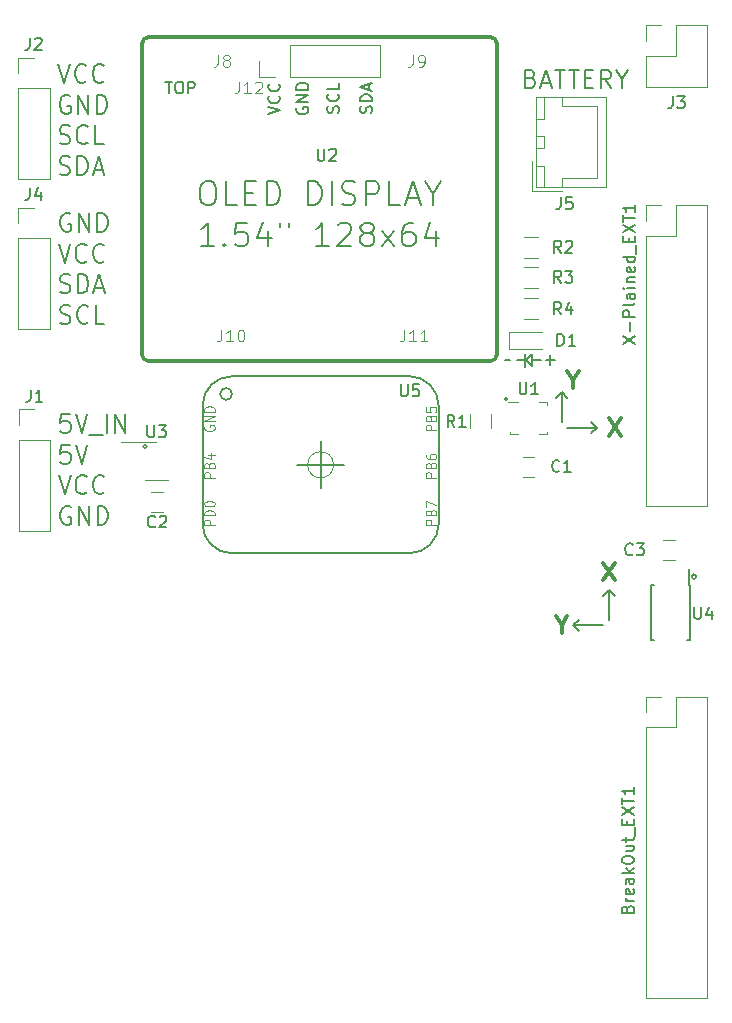
<source format=gbr>
G04 #@! TF.GenerationSoftware,KiCad,Pcbnew,(5.0.0)*
G04 #@! TF.CreationDate,2019-10-02T19:56:35-04:00*
G04 #@! TF.ProjectId,AVR_LCD 2.0,4156525F4C434420322E302E6B696361,rev?*
G04 #@! TF.SameCoordinates,Original*
G04 #@! TF.FileFunction,Legend,Top*
G04 #@! TF.FilePolarity,Positive*
%FSLAX46Y46*%
G04 Gerber Fmt 4.6, Leading zero omitted, Abs format (unit mm)*
G04 Created by KiCad (PCBNEW (5.0.0)) date 10/02/19 19:56:35*
%MOMM*%
%LPD*%
G01*
G04 APERTURE LIST*
%ADD10C,0.100000*%
%ADD11C,0.300000*%
%ADD12C,0.200000*%
%ADD13C,0.150000*%
%ADD14C,0.120000*%
G04 APERTURE END LIST*
D10*
X75530476Y-58552380D02*
X75530476Y-59266666D01*
X75482857Y-59409523D01*
X75387619Y-59504761D01*
X75244761Y-59552380D01*
X75149523Y-59552380D01*
X76530476Y-59552380D02*
X75959047Y-59552380D01*
X76244761Y-59552380D02*
X76244761Y-58552380D01*
X76149523Y-58695238D01*
X76054285Y-58790476D01*
X75959047Y-58838095D01*
X76911428Y-58647619D02*
X76959047Y-58600000D01*
X77054285Y-58552380D01*
X77292380Y-58552380D01*
X77387619Y-58600000D01*
X77435238Y-58647619D01*
X77482857Y-58742857D01*
X77482857Y-58838095D01*
X77435238Y-58980952D01*
X76863809Y-59552380D01*
X77482857Y-59552380D01*
X89530476Y-79552380D02*
X89530476Y-80266666D01*
X89482857Y-80409523D01*
X89387619Y-80504761D01*
X89244761Y-80552380D01*
X89149523Y-80552380D01*
X90530476Y-80552380D02*
X89959047Y-80552380D01*
X90244761Y-80552380D02*
X90244761Y-79552380D01*
X90149523Y-79695238D01*
X90054285Y-79790476D01*
X89959047Y-79838095D01*
X91482857Y-80552380D02*
X90911428Y-80552380D01*
X91197142Y-80552380D02*
X91197142Y-79552380D01*
X91101904Y-79695238D01*
X91006666Y-79790476D01*
X90911428Y-79838095D01*
X74030476Y-79552380D02*
X74030476Y-80266666D01*
X73982857Y-80409523D01*
X73887619Y-80504761D01*
X73744761Y-80552380D01*
X73649523Y-80552380D01*
X75030476Y-80552380D02*
X74459047Y-80552380D01*
X74744761Y-80552380D02*
X74744761Y-79552380D01*
X74649523Y-79695238D01*
X74554285Y-79790476D01*
X74459047Y-79838095D01*
X75649523Y-79552380D02*
X75744761Y-79552380D01*
X75840000Y-79600000D01*
X75887619Y-79647619D01*
X75935238Y-79742857D01*
X75982857Y-79933333D01*
X75982857Y-80171428D01*
X75935238Y-80361904D01*
X75887619Y-80457142D01*
X75840000Y-80504761D01*
X75744761Y-80552380D01*
X75649523Y-80552380D01*
X75554285Y-80504761D01*
X75506666Y-80457142D01*
X75459047Y-80361904D01*
X75411428Y-80171428D01*
X75411428Y-79933333D01*
X75459047Y-79742857D01*
X75506666Y-79647619D01*
X75554285Y-79600000D01*
X75649523Y-79552380D01*
X90256666Y-56302380D02*
X90256666Y-57016666D01*
X90209047Y-57159523D01*
X90113809Y-57254761D01*
X89970952Y-57302380D01*
X89875714Y-57302380D01*
X90780476Y-57302380D02*
X90970952Y-57302380D01*
X91066190Y-57254761D01*
X91113809Y-57207142D01*
X91209047Y-57064285D01*
X91256666Y-56873809D01*
X91256666Y-56492857D01*
X91209047Y-56397619D01*
X91161428Y-56350000D01*
X91066190Y-56302380D01*
X90875714Y-56302380D01*
X90780476Y-56350000D01*
X90732857Y-56397619D01*
X90685238Y-56492857D01*
X90685238Y-56730952D01*
X90732857Y-56826190D01*
X90780476Y-56873809D01*
X90875714Y-56921428D01*
X91066190Y-56921428D01*
X91161428Y-56873809D01*
X91209047Y-56826190D01*
X91256666Y-56730952D01*
X73756666Y-56302380D02*
X73756666Y-57016666D01*
X73709047Y-57159523D01*
X73613809Y-57254761D01*
X73470952Y-57302380D01*
X73375714Y-57302380D01*
X74375714Y-56730952D02*
X74280476Y-56683333D01*
X74232857Y-56635714D01*
X74185238Y-56540476D01*
X74185238Y-56492857D01*
X74232857Y-56397619D01*
X74280476Y-56350000D01*
X74375714Y-56302380D01*
X74566190Y-56302380D01*
X74661428Y-56350000D01*
X74709047Y-56397619D01*
X74756666Y-56492857D01*
X74756666Y-56540476D01*
X74709047Y-56635714D01*
X74661428Y-56683333D01*
X74566190Y-56730952D01*
X74375714Y-56730952D01*
X74280476Y-56778571D01*
X74232857Y-56826190D01*
X74185238Y-56921428D01*
X74185238Y-57111904D01*
X74232857Y-57207142D01*
X74280476Y-57254761D01*
X74375714Y-57302380D01*
X74566190Y-57302380D01*
X74661428Y-57254761D01*
X74709047Y-57207142D01*
X74756666Y-57111904D01*
X74756666Y-56921428D01*
X74709047Y-56826190D01*
X74661428Y-56778571D01*
X74566190Y-56730952D01*
X92247142Y-88090476D02*
X91347142Y-88090476D01*
X91347142Y-87785714D01*
X91390000Y-87709523D01*
X91432857Y-87671428D01*
X91518571Y-87633333D01*
X91647142Y-87633333D01*
X91732857Y-87671428D01*
X91775714Y-87709523D01*
X91818571Y-87785714D01*
X91818571Y-88090476D01*
X91775714Y-87023809D02*
X91818571Y-86909523D01*
X91861428Y-86871428D01*
X91947142Y-86833333D01*
X92075714Y-86833333D01*
X92161428Y-86871428D01*
X92204285Y-86909523D01*
X92247142Y-86985714D01*
X92247142Y-87290476D01*
X91347142Y-87290476D01*
X91347142Y-87023809D01*
X91390000Y-86947619D01*
X91432857Y-86909523D01*
X91518571Y-86871428D01*
X91604285Y-86871428D01*
X91690000Y-86909523D01*
X91732857Y-86947619D01*
X91775714Y-87023809D01*
X91775714Y-87290476D01*
X91347142Y-86109523D02*
X91347142Y-86490476D01*
X91775714Y-86528571D01*
X91732857Y-86490476D01*
X91690000Y-86414285D01*
X91690000Y-86223809D01*
X91732857Y-86147619D01*
X91775714Y-86109523D01*
X91861428Y-86071428D01*
X92075714Y-86071428D01*
X92161428Y-86109523D01*
X92204285Y-86147619D01*
X92247142Y-86223809D01*
X92247142Y-86414285D01*
X92204285Y-86490476D01*
X92161428Y-86528571D01*
X92247142Y-92090476D02*
X91347142Y-92090476D01*
X91347142Y-91785714D01*
X91390000Y-91709523D01*
X91432857Y-91671428D01*
X91518571Y-91633333D01*
X91647142Y-91633333D01*
X91732857Y-91671428D01*
X91775714Y-91709523D01*
X91818571Y-91785714D01*
X91818571Y-92090476D01*
X91775714Y-91023809D02*
X91818571Y-90909523D01*
X91861428Y-90871428D01*
X91947142Y-90833333D01*
X92075714Y-90833333D01*
X92161428Y-90871428D01*
X92204285Y-90909523D01*
X92247142Y-90985714D01*
X92247142Y-91290476D01*
X91347142Y-91290476D01*
X91347142Y-91023809D01*
X91390000Y-90947619D01*
X91432857Y-90909523D01*
X91518571Y-90871428D01*
X91604285Y-90871428D01*
X91690000Y-90909523D01*
X91732857Y-90947619D01*
X91775714Y-91023809D01*
X91775714Y-91290476D01*
X91347142Y-90147619D02*
X91347142Y-90300000D01*
X91390000Y-90376190D01*
X91432857Y-90414285D01*
X91561428Y-90490476D01*
X91732857Y-90528571D01*
X92075714Y-90528571D01*
X92161428Y-90490476D01*
X92204285Y-90452380D01*
X92247142Y-90376190D01*
X92247142Y-90223809D01*
X92204285Y-90147619D01*
X92161428Y-90109523D01*
X92075714Y-90071428D01*
X91861428Y-90071428D01*
X91775714Y-90109523D01*
X91732857Y-90147619D01*
X91690000Y-90223809D01*
X91690000Y-90376190D01*
X91732857Y-90452380D01*
X91775714Y-90490476D01*
X91861428Y-90528571D01*
X92247142Y-96090476D02*
X91347142Y-96090476D01*
X91347142Y-95785714D01*
X91390000Y-95709523D01*
X91432857Y-95671428D01*
X91518571Y-95633333D01*
X91647142Y-95633333D01*
X91732857Y-95671428D01*
X91775714Y-95709523D01*
X91818571Y-95785714D01*
X91818571Y-96090476D01*
X91775714Y-95023809D02*
X91818571Y-94909523D01*
X91861428Y-94871428D01*
X91947142Y-94833333D01*
X92075714Y-94833333D01*
X92161428Y-94871428D01*
X92204285Y-94909523D01*
X92247142Y-94985714D01*
X92247142Y-95290476D01*
X91347142Y-95290476D01*
X91347142Y-95023809D01*
X91390000Y-94947619D01*
X91432857Y-94909523D01*
X91518571Y-94871428D01*
X91604285Y-94871428D01*
X91690000Y-94909523D01*
X91732857Y-94947619D01*
X91775714Y-95023809D01*
X91775714Y-95290476D01*
X91347142Y-94566666D02*
X91347142Y-94033333D01*
X92247142Y-94376190D01*
X73497142Y-96090476D02*
X72597142Y-96090476D01*
X72597142Y-95785714D01*
X72640000Y-95709523D01*
X72682857Y-95671428D01*
X72768571Y-95633333D01*
X72897142Y-95633333D01*
X72982857Y-95671428D01*
X73025714Y-95709523D01*
X73068571Y-95785714D01*
X73068571Y-96090476D01*
X73497142Y-95290476D02*
X72597142Y-95290476D01*
X72597142Y-95100000D01*
X72640000Y-94985714D01*
X72725714Y-94909523D01*
X72811428Y-94871428D01*
X72982857Y-94833333D01*
X73111428Y-94833333D01*
X73282857Y-94871428D01*
X73368571Y-94909523D01*
X73454285Y-94985714D01*
X73497142Y-95100000D01*
X73497142Y-95290476D01*
X72597142Y-94338095D02*
X72597142Y-94261904D01*
X72640000Y-94185714D01*
X72682857Y-94147619D01*
X72768571Y-94109523D01*
X72940000Y-94071428D01*
X73154285Y-94071428D01*
X73325714Y-94109523D01*
X73411428Y-94147619D01*
X73454285Y-94185714D01*
X73497142Y-94261904D01*
X73497142Y-94338095D01*
X73454285Y-94414285D01*
X73411428Y-94452380D01*
X73325714Y-94490476D01*
X73154285Y-94528571D01*
X72940000Y-94528571D01*
X72768571Y-94490476D01*
X72682857Y-94452380D01*
X72640000Y-94414285D01*
X72597142Y-94338095D01*
X73497142Y-92090476D02*
X72597142Y-92090476D01*
X72597142Y-91785714D01*
X72640000Y-91709523D01*
X72682857Y-91671428D01*
X72768571Y-91633333D01*
X72897142Y-91633333D01*
X72982857Y-91671428D01*
X73025714Y-91709523D01*
X73068571Y-91785714D01*
X73068571Y-92090476D01*
X73025714Y-91023809D02*
X73068571Y-90909523D01*
X73111428Y-90871428D01*
X73197142Y-90833333D01*
X73325714Y-90833333D01*
X73411428Y-90871428D01*
X73454285Y-90909523D01*
X73497142Y-90985714D01*
X73497142Y-91290476D01*
X72597142Y-91290476D01*
X72597142Y-91023809D01*
X72640000Y-90947619D01*
X72682857Y-90909523D01*
X72768571Y-90871428D01*
X72854285Y-90871428D01*
X72940000Y-90909523D01*
X72982857Y-90947619D01*
X73025714Y-91023809D01*
X73025714Y-91290476D01*
X72897142Y-90147619D02*
X73497142Y-90147619D01*
X72554285Y-90338095D02*
X73197142Y-90528571D01*
X73197142Y-90033333D01*
X72640000Y-87709523D02*
X72597142Y-87785714D01*
X72597142Y-87900000D01*
X72640000Y-88014285D01*
X72725714Y-88090476D01*
X72811428Y-88128571D01*
X72982857Y-88166666D01*
X73111428Y-88166666D01*
X73282857Y-88128571D01*
X73368571Y-88090476D01*
X73454285Y-88014285D01*
X73497142Y-87900000D01*
X73497142Y-87823809D01*
X73454285Y-87709523D01*
X73411428Y-87671428D01*
X73111428Y-87671428D01*
X73111428Y-87823809D01*
X73497142Y-87328571D02*
X72597142Y-87328571D01*
X73497142Y-86871428D01*
X72597142Y-86871428D01*
X73497142Y-86490476D02*
X72597142Y-86490476D01*
X72597142Y-86300000D01*
X72640000Y-86185714D01*
X72725714Y-86109523D01*
X72811428Y-86071428D01*
X72982857Y-86033333D01*
X73111428Y-86033333D01*
X73282857Y-86071428D01*
X73368571Y-86109523D01*
X73454285Y-86185714D01*
X73497142Y-86300000D01*
X73497142Y-86490476D01*
D11*
X106340000Y-99278571D02*
X107340000Y-100778571D01*
X107340000Y-99278571D02*
X106340000Y-100778571D01*
X102840000Y-104564285D02*
X102840000Y-105278571D01*
X102340000Y-103778571D02*
X102840000Y-104564285D01*
X103340000Y-103778571D01*
D12*
X106340000Y-104600000D02*
X103840000Y-104600000D01*
X103840000Y-104600000D02*
X104340000Y-105100000D01*
X103840000Y-104600000D02*
X104340000Y-104100000D01*
X104340000Y-104100000D02*
X103840000Y-104600000D01*
X106840000Y-101600000D02*
X107340000Y-102100000D01*
X106840000Y-101600000D02*
X106340000Y-102100000D01*
X107340000Y-102100000D02*
X106840000Y-101600000D01*
X106840000Y-104100000D02*
X106840000Y-101600000D01*
D11*
X106840000Y-87028571D02*
X107840000Y-88528571D01*
X107840000Y-87028571D02*
X106840000Y-88528571D01*
X103840000Y-83814285D02*
X103840000Y-84528571D01*
X103340000Y-83028571D02*
X103840000Y-83814285D01*
X104340000Y-83028571D01*
D12*
X103340000Y-87850000D02*
X105840000Y-87850000D01*
X105840000Y-87850000D02*
X105340000Y-87350000D01*
X105840000Y-87850000D02*
X105340000Y-88350000D01*
X105340000Y-88350000D02*
X105840000Y-87850000D01*
X102840000Y-84850000D02*
X102340000Y-85350000D01*
X103340000Y-85350000D02*
X102840000Y-84850000D01*
X102840000Y-84850000D02*
X103340000Y-85350000D01*
X102840000Y-87350000D02*
X102840000Y-84850000D01*
X114230500Y-100468500D02*
G75*
G03X114230500Y-100468500I-190500J0D01*
G01*
X102152800Y-82142400D02*
X102305200Y-82142400D01*
X101898800Y-82548800D02*
X101898800Y-81736000D01*
X101543200Y-82142400D02*
X102152800Y-82142400D01*
X98038000Y-82142400D02*
X98495200Y-82142400D01*
X99765200Y-82701200D02*
X99765200Y-81634400D01*
X100324000Y-82142400D02*
X101086000Y-82142400D01*
X99816000Y-82142400D02*
X99104800Y-82142400D01*
X100324000Y-82650400D02*
X100324000Y-82498000D01*
X99816000Y-82142400D02*
X100324000Y-82650400D01*
X100324000Y-81634400D02*
X99816000Y-82142400D01*
X100324000Y-82548800D02*
X100324000Y-81634400D01*
X100240000Y-58292857D02*
X100454285Y-58364285D01*
X100525714Y-58435714D01*
X100597142Y-58578571D01*
X100597142Y-58792857D01*
X100525714Y-58935714D01*
X100454285Y-59007142D01*
X100311428Y-59078571D01*
X99740000Y-59078571D01*
X99740000Y-57578571D01*
X100240000Y-57578571D01*
X100382857Y-57650000D01*
X100454285Y-57721428D01*
X100525714Y-57864285D01*
X100525714Y-58007142D01*
X100454285Y-58150000D01*
X100382857Y-58221428D01*
X100240000Y-58292857D01*
X99740000Y-58292857D01*
X101168571Y-58650000D02*
X101882857Y-58650000D01*
X101025714Y-59078571D02*
X101525714Y-57578571D01*
X102025714Y-59078571D01*
X102311428Y-57578571D02*
X103168571Y-57578571D01*
X102740000Y-59078571D02*
X102740000Y-57578571D01*
X103454285Y-57578571D02*
X104311428Y-57578571D01*
X103882857Y-59078571D02*
X103882857Y-57578571D01*
X104811428Y-58292857D02*
X105311428Y-58292857D01*
X105525714Y-59078571D02*
X104811428Y-59078571D01*
X104811428Y-57578571D01*
X105525714Y-57578571D01*
X107025714Y-59078571D02*
X106525714Y-58364285D01*
X106168571Y-59078571D02*
X106168571Y-57578571D01*
X106740000Y-57578571D01*
X106882857Y-57650000D01*
X106954285Y-57721428D01*
X107025714Y-57864285D01*
X107025714Y-58078571D01*
X106954285Y-58221428D01*
X106882857Y-58292857D01*
X106740000Y-58364285D01*
X106168571Y-58364285D01*
X107954285Y-58364285D02*
X107954285Y-59078571D01*
X107454285Y-57578571D02*
X107954285Y-58364285D01*
X108454285Y-57578571D01*
X61196228Y-86692609D02*
X60481942Y-86692609D01*
X60410514Y-87454514D01*
X60481942Y-87378323D01*
X60624800Y-87302133D01*
X60981942Y-87302133D01*
X61124800Y-87378323D01*
X61196228Y-87454514D01*
X61267657Y-87606895D01*
X61267657Y-87987847D01*
X61196228Y-88140228D01*
X61124800Y-88216419D01*
X60981942Y-88292609D01*
X60624800Y-88292609D01*
X60481942Y-88216419D01*
X60410514Y-88140228D01*
X61696228Y-86692609D02*
X62196228Y-88292609D01*
X62696228Y-86692609D01*
X62839085Y-88444990D02*
X63981942Y-88444990D01*
X64339085Y-88292609D02*
X64339085Y-86692609D01*
X65053371Y-88292609D02*
X65053371Y-86692609D01*
X65910514Y-88292609D01*
X65910514Y-86692609D01*
X61196228Y-89292609D02*
X60481942Y-89292609D01*
X60410514Y-90054514D01*
X60481942Y-89978323D01*
X60624800Y-89902133D01*
X60981942Y-89902133D01*
X61124800Y-89978323D01*
X61196228Y-90054514D01*
X61267657Y-90206895D01*
X61267657Y-90587847D01*
X61196228Y-90740228D01*
X61124800Y-90816419D01*
X60981942Y-90892609D01*
X60624800Y-90892609D01*
X60481942Y-90816419D01*
X60410514Y-90740228D01*
X61696228Y-89292609D02*
X62196228Y-90892609D01*
X62696228Y-89292609D01*
X60267657Y-91892609D02*
X60767657Y-93492609D01*
X61267657Y-91892609D01*
X62624800Y-93340228D02*
X62553371Y-93416419D01*
X62339085Y-93492609D01*
X62196228Y-93492609D01*
X61981942Y-93416419D01*
X61839085Y-93264038D01*
X61767657Y-93111657D01*
X61696228Y-92806895D01*
X61696228Y-92578323D01*
X61767657Y-92273561D01*
X61839085Y-92121180D01*
X61981942Y-91968800D01*
X62196228Y-91892609D01*
X62339085Y-91892609D01*
X62553371Y-91968800D01*
X62624800Y-92044990D01*
X64124800Y-93340228D02*
X64053371Y-93416419D01*
X63839085Y-93492609D01*
X63696228Y-93492609D01*
X63481942Y-93416419D01*
X63339085Y-93264038D01*
X63267657Y-93111657D01*
X63196228Y-92806895D01*
X63196228Y-92578323D01*
X63267657Y-92273561D01*
X63339085Y-92121180D01*
X63481942Y-91968800D01*
X63696228Y-91892609D01*
X63839085Y-91892609D01*
X64053371Y-91968800D01*
X64124800Y-92044990D01*
X61267657Y-94568800D02*
X61124800Y-94492609D01*
X60910514Y-94492609D01*
X60696228Y-94568800D01*
X60553371Y-94721180D01*
X60481942Y-94873561D01*
X60410514Y-95178323D01*
X60410514Y-95406895D01*
X60481942Y-95711657D01*
X60553371Y-95864038D01*
X60696228Y-96016419D01*
X60910514Y-96092609D01*
X61053371Y-96092609D01*
X61267657Y-96016419D01*
X61339085Y-95940228D01*
X61339085Y-95406895D01*
X61053371Y-95406895D01*
X61981942Y-96092609D02*
X61981942Y-94492609D01*
X62839085Y-96092609D01*
X62839085Y-94492609D01*
X63553371Y-96092609D02*
X63553371Y-94492609D01*
X63910514Y-94492609D01*
X64124800Y-94568800D01*
X64267657Y-94721180D01*
X64339085Y-94873561D01*
X64410514Y-95178323D01*
X64410514Y-95406895D01*
X64339085Y-95711657D01*
X64267657Y-95864038D01*
X64124800Y-96016419D01*
X63910514Y-96092609D01*
X63553371Y-96092609D01*
X67716114Y-89457600D02*
G75*
G03X67716114Y-89457600I-158114J0D01*
G01*
X61262857Y-69750000D02*
X61120000Y-69673809D01*
X60905714Y-69673809D01*
X60691428Y-69750000D01*
X60548571Y-69902380D01*
X60477142Y-70054761D01*
X60405714Y-70359523D01*
X60405714Y-70588095D01*
X60477142Y-70892857D01*
X60548571Y-71045238D01*
X60691428Y-71197619D01*
X60905714Y-71273809D01*
X61048571Y-71273809D01*
X61262857Y-71197619D01*
X61334285Y-71121428D01*
X61334285Y-70588095D01*
X61048571Y-70588095D01*
X61977142Y-71273809D02*
X61977142Y-69673809D01*
X62834285Y-71273809D01*
X62834285Y-69673809D01*
X63548571Y-71273809D02*
X63548571Y-69673809D01*
X63905714Y-69673809D01*
X64120000Y-69750000D01*
X64262857Y-69902380D01*
X64334285Y-70054761D01*
X64405714Y-70359523D01*
X64405714Y-70588095D01*
X64334285Y-70892857D01*
X64262857Y-71045238D01*
X64120000Y-71197619D01*
X63905714Y-71273809D01*
X63548571Y-71273809D01*
X60262857Y-72273809D02*
X60762857Y-73873809D01*
X61262857Y-72273809D01*
X62620000Y-73721428D02*
X62548571Y-73797619D01*
X62334285Y-73873809D01*
X62191428Y-73873809D01*
X61977142Y-73797619D01*
X61834285Y-73645238D01*
X61762857Y-73492857D01*
X61691428Y-73188095D01*
X61691428Y-72959523D01*
X61762857Y-72654761D01*
X61834285Y-72502380D01*
X61977142Y-72350000D01*
X62191428Y-72273809D01*
X62334285Y-72273809D01*
X62548571Y-72350000D01*
X62620000Y-72426190D01*
X64120000Y-73721428D02*
X64048571Y-73797619D01*
X63834285Y-73873809D01*
X63691428Y-73873809D01*
X63477142Y-73797619D01*
X63334285Y-73645238D01*
X63262857Y-73492857D01*
X63191428Y-73188095D01*
X63191428Y-72959523D01*
X63262857Y-72654761D01*
X63334285Y-72502380D01*
X63477142Y-72350000D01*
X63691428Y-72273809D01*
X63834285Y-72273809D01*
X64048571Y-72350000D01*
X64120000Y-72426190D01*
X60405714Y-76397619D02*
X60620000Y-76473809D01*
X60977142Y-76473809D01*
X61120000Y-76397619D01*
X61191428Y-76321428D01*
X61262857Y-76169047D01*
X61262857Y-76016666D01*
X61191428Y-75864285D01*
X61120000Y-75788095D01*
X60977142Y-75711904D01*
X60691428Y-75635714D01*
X60548571Y-75559523D01*
X60477142Y-75483333D01*
X60405714Y-75330952D01*
X60405714Y-75178571D01*
X60477142Y-75026190D01*
X60548571Y-74950000D01*
X60691428Y-74873809D01*
X61048571Y-74873809D01*
X61262857Y-74950000D01*
X61905714Y-76473809D02*
X61905714Y-74873809D01*
X62262857Y-74873809D01*
X62477142Y-74950000D01*
X62620000Y-75102380D01*
X62691428Y-75254761D01*
X62762857Y-75559523D01*
X62762857Y-75788095D01*
X62691428Y-76092857D01*
X62620000Y-76245238D01*
X62477142Y-76397619D01*
X62262857Y-76473809D01*
X61905714Y-76473809D01*
X63334285Y-76016666D02*
X64048571Y-76016666D01*
X63191428Y-76473809D02*
X63691428Y-74873809D01*
X64191428Y-76473809D01*
X60405714Y-78997619D02*
X60620000Y-79073809D01*
X60977142Y-79073809D01*
X61120000Y-78997619D01*
X61191428Y-78921428D01*
X61262857Y-78769047D01*
X61262857Y-78616666D01*
X61191428Y-78464285D01*
X61120000Y-78388095D01*
X60977142Y-78311904D01*
X60691428Y-78235714D01*
X60548571Y-78159523D01*
X60477142Y-78083333D01*
X60405714Y-77930952D01*
X60405714Y-77778571D01*
X60477142Y-77626190D01*
X60548571Y-77550000D01*
X60691428Y-77473809D01*
X61048571Y-77473809D01*
X61262857Y-77550000D01*
X62762857Y-78921428D02*
X62691428Y-78997619D01*
X62477142Y-79073809D01*
X62334285Y-79073809D01*
X62120000Y-78997619D01*
X61977142Y-78845238D01*
X61905714Y-78692857D01*
X61834285Y-78388095D01*
X61834285Y-78159523D01*
X61905714Y-77854761D01*
X61977142Y-77702380D01*
X62120000Y-77550000D01*
X62334285Y-77473809D01*
X62477142Y-77473809D01*
X62691428Y-77550000D01*
X62762857Y-77626190D01*
X64120000Y-79073809D02*
X63405714Y-79073809D01*
X63405714Y-77473809D01*
X60212857Y-57073809D02*
X60712857Y-58673809D01*
X61212857Y-57073809D01*
X62570000Y-58521428D02*
X62498571Y-58597619D01*
X62284285Y-58673809D01*
X62141428Y-58673809D01*
X61927142Y-58597619D01*
X61784285Y-58445238D01*
X61712857Y-58292857D01*
X61641428Y-57988095D01*
X61641428Y-57759523D01*
X61712857Y-57454761D01*
X61784285Y-57302380D01*
X61927142Y-57150000D01*
X62141428Y-57073809D01*
X62284285Y-57073809D01*
X62498571Y-57150000D01*
X62570000Y-57226190D01*
X64070000Y-58521428D02*
X63998571Y-58597619D01*
X63784285Y-58673809D01*
X63641428Y-58673809D01*
X63427142Y-58597619D01*
X63284285Y-58445238D01*
X63212857Y-58292857D01*
X63141428Y-57988095D01*
X63141428Y-57759523D01*
X63212857Y-57454761D01*
X63284285Y-57302380D01*
X63427142Y-57150000D01*
X63641428Y-57073809D01*
X63784285Y-57073809D01*
X63998571Y-57150000D01*
X64070000Y-57226190D01*
X61212857Y-59750000D02*
X61070000Y-59673809D01*
X60855714Y-59673809D01*
X60641428Y-59750000D01*
X60498571Y-59902380D01*
X60427142Y-60054761D01*
X60355714Y-60359523D01*
X60355714Y-60588095D01*
X60427142Y-60892857D01*
X60498571Y-61045238D01*
X60641428Y-61197619D01*
X60855714Y-61273809D01*
X60998571Y-61273809D01*
X61212857Y-61197619D01*
X61284285Y-61121428D01*
X61284285Y-60588095D01*
X60998571Y-60588095D01*
X61927142Y-61273809D02*
X61927142Y-59673809D01*
X62784285Y-61273809D01*
X62784285Y-59673809D01*
X63498571Y-61273809D02*
X63498571Y-59673809D01*
X63855714Y-59673809D01*
X64070000Y-59750000D01*
X64212857Y-59902380D01*
X64284285Y-60054761D01*
X64355714Y-60359523D01*
X64355714Y-60588095D01*
X64284285Y-60892857D01*
X64212857Y-61045238D01*
X64070000Y-61197619D01*
X63855714Y-61273809D01*
X63498571Y-61273809D01*
X60355714Y-63797619D02*
X60570000Y-63873809D01*
X60927142Y-63873809D01*
X61070000Y-63797619D01*
X61141428Y-63721428D01*
X61212857Y-63569047D01*
X61212857Y-63416666D01*
X61141428Y-63264285D01*
X61070000Y-63188095D01*
X60927142Y-63111904D01*
X60641428Y-63035714D01*
X60498571Y-62959523D01*
X60427142Y-62883333D01*
X60355714Y-62730952D01*
X60355714Y-62578571D01*
X60427142Y-62426190D01*
X60498571Y-62350000D01*
X60641428Y-62273809D01*
X60998571Y-62273809D01*
X61212857Y-62350000D01*
X62712857Y-63721428D02*
X62641428Y-63797619D01*
X62427142Y-63873809D01*
X62284285Y-63873809D01*
X62070000Y-63797619D01*
X61927142Y-63645238D01*
X61855714Y-63492857D01*
X61784285Y-63188095D01*
X61784285Y-62959523D01*
X61855714Y-62654761D01*
X61927142Y-62502380D01*
X62070000Y-62350000D01*
X62284285Y-62273809D01*
X62427142Y-62273809D01*
X62641428Y-62350000D01*
X62712857Y-62426190D01*
X64070000Y-63873809D02*
X63355714Y-63873809D01*
X63355714Y-62273809D01*
X60355714Y-66397619D02*
X60570000Y-66473809D01*
X60927142Y-66473809D01*
X61070000Y-66397619D01*
X61141428Y-66321428D01*
X61212857Y-66169047D01*
X61212857Y-66016666D01*
X61141428Y-65864285D01*
X61070000Y-65788095D01*
X60927142Y-65711904D01*
X60641428Y-65635714D01*
X60498571Y-65559523D01*
X60427142Y-65483333D01*
X60355714Y-65330952D01*
X60355714Y-65178571D01*
X60427142Y-65026190D01*
X60498571Y-64950000D01*
X60641428Y-64873809D01*
X60998571Y-64873809D01*
X61212857Y-64950000D01*
X61855714Y-66473809D02*
X61855714Y-64873809D01*
X62212857Y-64873809D01*
X62427142Y-64950000D01*
X62570000Y-65102380D01*
X62641428Y-65254761D01*
X62712857Y-65559523D01*
X62712857Y-65788095D01*
X62641428Y-66092857D01*
X62570000Y-66245238D01*
X62427142Y-66397619D01*
X62212857Y-66473809D01*
X61855714Y-66473809D01*
X63284285Y-66016666D02*
X63998571Y-66016666D01*
X63141428Y-66473809D02*
X63641428Y-64873809D01*
X64141428Y-66473809D01*
D13*
X98256500Y-85434500D02*
G75*
G03X98256500Y-85434500I-127000J0D01*
G01*
D14*
G04 #@! TO.C,BreakOut_EXT1*
X109970000Y-110620000D02*
X111300000Y-110620000D01*
X109970000Y-111950000D02*
X109970000Y-110620000D01*
X112570000Y-110620000D02*
X115170000Y-110620000D01*
X112570000Y-113220000D02*
X112570000Y-110620000D01*
X109970000Y-113220000D02*
X112570000Y-113220000D01*
X115170000Y-110620000D02*
X115170000Y-136140000D01*
X109970000Y-113220000D02*
X109970000Y-136140000D01*
X109970000Y-136140000D02*
X115170000Y-136140000D01*
G04 #@! TO.C,C1*
X99534000Y-91999500D02*
X100534000Y-91999500D01*
X100534000Y-90299500D02*
X99534000Y-90299500D01*
G04 #@! TO.C,C2*
X68053200Y-94988000D02*
X69053200Y-94988000D01*
X69053200Y-93288000D02*
X68053200Y-93288000D01*
G04 #@! TO.C,C3*
X112424000Y-97357000D02*
X111424000Y-97357000D01*
X111424000Y-99057000D02*
X112424000Y-99057000D01*
G04 #@! TO.C,D1*
X98425000Y-79764000D02*
X101225000Y-79764000D01*
X98425000Y-81164000D02*
X101225000Y-81164000D01*
X98425000Y-79764000D02*
X98425000Y-81164000D01*
G04 #@! TO.C,J1*
X56864800Y-86298800D02*
X58194800Y-86298800D01*
X56864800Y-87628800D02*
X56864800Y-86298800D01*
X56864800Y-88898800D02*
X59524800Y-88898800D01*
X59524800Y-88898800D02*
X59524800Y-96578800D01*
X56864800Y-88898800D02*
X56864800Y-96578800D01*
X56864800Y-96578800D02*
X59524800Y-96578800D01*
G04 #@! TO.C,J2*
X56830000Y-56530000D02*
X58160000Y-56530000D01*
X56830000Y-57860000D02*
X56830000Y-56530000D01*
X56830000Y-59130000D02*
X59490000Y-59130000D01*
X59490000Y-59130000D02*
X59490000Y-66810000D01*
X56830000Y-59130000D02*
X56830000Y-66810000D01*
X56830000Y-66810000D02*
X59490000Y-66810000D01*
G04 #@! TO.C,J3*
X109970000Y-53780000D02*
X111300000Y-53780000D01*
X109970000Y-55110000D02*
X109970000Y-53780000D01*
X112570000Y-53780000D02*
X115170000Y-53780000D01*
X112570000Y-56380000D02*
X112570000Y-53780000D01*
X109970000Y-56380000D02*
X112570000Y-56380000D01*
X115170000Y-53780000D02*
X115170000Y-58980000D01*
X109970000Y-56380000D02*
X109970000Y-58980000D01*
X109970000Y-58980000D02*
X115170000Y-58980000D01*
G04 #@! TO.C,J4*
X56830000Y-79510000D02*
X59490000Y-79510000D01*
X56830000Y-71830000D02*
X56830000Y-79510000D01*
X59490000Y-71830000D02*
X59490000Y-79510000D01*
X56830000Y-71830000D02*
X59490000Y-71830000D01*
X56830000Y-70560000D02*
X56830000Y-69230000D01*
X56830000Y-69230000D02*
X58160000Y-69230000D01*
G04 #@! TO.C,J5*
X100340000Y-67800000D02*
X102840000Y-67800000D01*
X100340000Y-65300000D02*
X100340000Y-67800000D01*
X105840000Y-60650000D02*
X105840000Y-63700000D01*
X102890000Y-60650000D02*
X105840000Y-60650000D01*
X102890000Y-59900000D02*
X102890000Y-60650000D01*
X105840000Y-66750000D02*
X105840000Y-63700000D01*
X102890000Y-66750000D02*
X105840000Y-66750000D01*
X102890000Y-67500000D02*
X102890000Y-66750000D01*
X100640000Y-59900000D02*
X100640000Y-61700000D01*
X101390000Y-59900000D02*
X100640000Y-59900000D01*
X101390000Y-61700000D02*
X101390000Y-59900000D01*
X100640000Y-61700000D02*
X101390000Y-61700000D01*
X100640000Y-65700000D02*
X100640000Y-67500000D01*
X101390000Y-65700000D02*
X100640000Y-65700000D01*
X101390000Y-67500000D02*
X101390000Y-65700000D01*
X100640000Y-67500000D02*
X101390000Y-67500000D01*
X100640000Y-63200000D02*
X100640000Y-64200000D01*
X101390000Y-63200000D02*
X100640000Y-63200000D01*
X101390000Y-64200000D02*
X101390000Y-63200000D01*
X100640000Y-64200000D02*
X101390000Y-64200000D01*
X100640000Y-59900000D02*
X100640000Y-67500000D01*
X106590000Y-59900000D02*
X100640000Y-59900000D01*
X106590000Y-67500000D02*
X106590000Y-59900000D01*
X100640000Y-67500000D02*
X106590000Y-67500000D01*
G04 #@! TO.C,R1*
X95090500Y-87873500D02*
X95090500Y-86673500D01*
X96850500Y-86673500D02*
X96850500Y-87873500D01*
G04 #@! TO.C,R2*
X100843000Y-73470000D02*
X99643000Y-73470000D01*
X99643000Y-71710000D02*
X100843000Y-71710000D01*
G04 #@! TO.C,R3*
X99643000Y-74250000D02*
X100843000Y-74250000D01*
X100843000Y-76010000D02*
X99643000Y-76010000D01*
G04 #@! TO.C,R4*
X100843000Y-78677000D02*
X99643000Y-78677000D01*
X99643000Y-76917000D02*
X100843000Y-76917000D01*
D10*
G04 #@! TO.C,U1*
X101642000Y-85723500D02*
X101642000Y-85943500D01*
X100922000Y-85723500D02*
X101642000Y-85723500D01*
X101642000Y-88423500D02*
X100922000Y-88423500D01*
X101642000Y-88203500D02*
X101642000Y-88423500D01*
X98442000Y-88423500D02*
X98442000Y-88203500D01*
X98442000Y-88423500D02*
X99162000Y-88423500D01*
X98342000Y-85723500D02*
X99162000Y-85723500D01*
D14*
G04 #@! TO.C,U2*
X77210000Y-58130000D02*
X77210000Y-56800000D01*
X78540000Y-58130000D02*
X77210000Y-58130000D01*
X79810000Y-58130000D02*
X79810000Y-55470000D01*
X79810000Y-55470000D02*
X87490000Y-55470000D01*
X79810000Y-58130000D02*
X87490000Y-58130000D01*
X87490000Y-58130000D02*
X87490000Y-55470000D01*
D11*
X78540000Y-54800000D02*
X90240000Y-54800000D01*
X96840000Y-54800000D02*
X90240000Y-54800000D01*
X96840000Y-54800000D02*
G75*
G02X97340000Y-55300000I0J-500000D01*
G01*
X67840000Y-54800000D02*
X78540000Y-54800000D01*
X67340000Y-55300000D02*
G75*
G02X67840000Y-54800000I500000J0D01*
G01*
X82940000Y-82200000D02*
X85140000Y-82200000D01*
X85140000Y-82200000D02*
X85340000Y-82200000D01*
X97340000Y-81700000D02*
G75*
G02X96840000Y-82200000I-500000J0D01*
G01*
X96840000Y-82200000D02*
X86140000Y-82200000D01*
X67840000Y-82200000D02*
G75*
G02X67340000Y-81700000I0J500000D01*
G01*
X67840000Y-82200000D02*
X74440000Y-82200000D01*
X86140000Y-82200000D02*
X74440000Y-82200000D01*
X97340000Y-55300000D02*
X97340000Y-81700000D01*
X67340000Y-81700000D02*
X67340000Y-55300000D01*
D13*
G04 #@! TO.C,U4*
X113592000Y-101216000D02*
X113592000Y-99866000D01*
X110442000Y-101216000D02*
X110442000Y-105866000D01*
X113692000Y-101216000D02*
X113692000Y-105866000D01*
X110442000Y-101216000D02*
X110642000Y-101216000D01*
X110442000Y-105866000D02*
X110642000Y-105866000D01*
X113692000Y-105866000D02*
X113492000Y-105866000D01*
X113692000Y-101216000D02*
X113592000Y-101216000D01*
G04 #@! TO.C,U5*
X74940000Y-85000000D02*
G75*
G03X74940000Y-85000000I-500000J0D01*
G01*
X72440000Y-96000000D02*
X72440000Y-86000000D01*
X89940000Y-98500000D02*
X74940000Y-98500000D01*
X92440000Y-86000000D02*
X92440000Y-96000000D01*
X89940000Y-83500000D02*
X74940000Y-83500000D01*
X89940000Y-83500000D02*
G75*
G02X92440000Y-86000000I0J-2500000D01*
G01*
X92440000Y-96000000D02*
G75*
G02X89940000Y-98500000I-2500000J0D01*
G01*
X74940000Y-98500000D02*
G75*
G02X72440000Y-96000000I0J2500000D01*
G01*
X72440000Y-86000000D02*
G75*
G02X74940000Y-83500000I2500000J0D01*
G01*
D12*
X84440000Y-91000000D02*
X80440000Y-91000000D01*
X82440000Y-89000000D02*
X82440000Y-93000000D01*
D10*
X83541136Y-91000000D02*
G75*
G03X83541136Y-91000000I-1101136J0D01*
G01*
D14*
G04 #@! TO.C,X-Plained_EXT1*
X109970000Y-94530000D02*
X115170000Y-94530000D01*
X109970000Y-71610000D02*
X109970000Y-94530000D01*
X115170000Y-69010000D02*
X115170000Y-94530000D01*
X109970000Y-71610000D02*
X112570000Y-71610000D01*
X112570000Y-71610000D02*
X112570000Y-69010000D01*
X112570000Y-69010000D02*
X115170000Y-69010000D01*
X109970000Y-70340000D02*
X109970000Y-69010000D01*
X109970000Y-69010000D02*
X111300000Y-69010000D01*
G04 #@! TO.C,U3*
X68542200Y-89090000D02*
X65542200Y-89090000D01*
X69542200Y-92330000D02*
X67542200Y-92330000D01*
G04 #@! TO.C,BreakOut_EXT1*
D13*
X108418571Y-128602380D02*
X108466190Y-128459523D01*
X108513809Y-128411904D01*
X108609047Y-128364285D01*
X108751904Y-128364285D01*
X108847142Y-128411904D01*
X108894761Y-128459523D01*
X108942380Y-128554761D01*
X108942380Y-128935714D01*
X107942380Y-128935714D01*
X107942380Y-128602380D01*
X107990000Y-128507142D01*
X108037619Y-128459523D01*
X108132857Y-128411904D01*
X108228095Y-128411904D01*
X108323333Y-128459523D01*
X108370952Y-128507142D01*
X108418571Y-128602380D01*
X108418571Y-128935714D01*
X108942380Y-127935714D02*
X108275714Y-127935714D01*
X108466190Y-127935714D02*
X108370952Y-127888095D01*
X108323333Y-127840476D01*
X108275714Y-127745238D01*
X108275714Y-127650000D01*
X108894761Y-126935714D02*
X108942380Y-127030952D01*
X108942380Y-127221428D01*
X108894761Y-127316666D01*
X108799523Y-127364285D01*
X108418571Y-127364285D01*
X108323333Y-127316666D01*
X108275714Y-127221428D01*
X108275714Y-127030952D01*
X108323333Y-126935714D01*
X108418571Y-126888095D01*
X108513809Y-126888095D01*
X108609047Y-127364285D01*
X108942380Y-126030952D02*
X108418571Y-126030952D01*
X108323333Y-126078571D01*
X108275714Y-126173809D01*
X108275714Y-126364285D01*
X108323333Y-126459523D01*
X108894761Y-126030952D02*
X108942380Y-126126190D01*
X108942380Y-126364285D01*
X108894761Y-126459523D01*
X108799523Y-126507142D01*
X108704285Y-126507142D01*
X108609047Y-126459523D01*
X108561428Y-126364285D01*
X108561428Y-126126190D01*
X108513809Y-126030952D01*
X108942380Y-125554761D02*
X107942380Y-125554761D01*
X108561428Y-125459523D02*
X108942380Y-125173809D01*
X108275714Y-125173809D02*
X108656666Y-125554761D01*
X107942380Y-124554761D02*
X107942380Y-124364285D01*
X107990000Y-124269047D01*
X108085238Y-124173809D01*
X108275714Y-124126190D01*
X108609047Y-124126190D01*
X108799523Y-124173809D01*
X108894761Y-124269047D01*
X108942380Y-124364285D01*
X108942380Y-124554761D01*
X108894761Y-124650000D01*
X108799523Y-124745238D01*
X108609047Y-124792857D01*
X108275714Y-124792857D01*
X108085238Y-124745238D01*
X107990000Y-124650000D01*
X107942380Y-124554761D01*
X108275714Y-123269047D02*
X108942380Y-123269047D01*
X108275714Y-123697619D02*
X108799523Y-123697619D01*
X108894761Y-123650000D01*
X108942380Y-123554761D01*
X108942380Y-123411904D01*
X108894761Y-123316666D01*
X108847142Y-123269047D01*
X108275714Y-122935714D02*
X108275714Y-122554761D01*
X107942380Y-122792857D02*
X108799523Y-122792857D01*
X108894761Y-122745238D01*
X108942380Y-122650000D01*
X108942380Y-122554761D01*
X109037619Y-122459523D02*
X109037619Y-121697619D01*
X108418571Y-121459523D02*
X108418571Y-121126190D01*
X108942380Y-120983333D02*
X108942380Y-121459523D01*
X107942380Y-121459523D01*
X107942380Y-120983333D01*
X107942380Y-120650000D02*
X108942380Y-119983333D01*
X107942380Y-119983333D02*
X108942380Y-120650000D01*
X107942380Y-119745238D02*
X107942380Y-119173809D01*
X108942380Y-119459523D02*
X107942380Y-119459523D01*
X108942380Y-118316666D02*
X108942380Y-118888095D01*
X108942380Y-118602380D02*
X107942380Y-118602380D01*
X108085238Y-118697619D01*
X108180476Y-118792857D01*
X108228095Y-118888095D01*
G04 #@! TO.C,C1*
X102661333Y-91506642D02*
X102613714Y-91554261D01*
X102470857Y-91601880D01*
X102375619Y-91601880D01*
X102232761Y-91554261D01*
X102137523Y-91459023D01*
X102089904Y-91363785D01*
X102042285Y-91173309D01*
X102042285Y-91030452D01*
X102089904Y-90839976D01*
X102137523Y-90744738D01*
X102232761Y-90649500D01*
X102375619Y-90601880D01*
X102470857Y-90601880D01*
X102613714Y-90649500D01*
X102661333Y-90697119D01*
X103613714Y-91601880D02*
X103042285Y-91601880D01*
X103328000Y-91601880D02*
X103328000Y-90601880D01*
X103232761Y-90744738D01*
X103137523Y-90839976D01*
X103042285Y-90887595D01*
G04 #@! TO.C,C2*
X68423333Y-96207142D02*
X68375714Y-96254761D01*
X68232857Y-96302380D01*
X68137619Y-96302380D01*
X67994761Y-96254761D01*
X67899523Y-96159523D01*
X67851904Y-96064285D01*
X67804285Y-95873809D01*
X67804285Y-95730952D01*
X67851904Y-95540476D01*
X67899523Y-95445238D01*
X67994761Y-95350000D01*
X68137619Y-95302380D01*
X68232857Y-95302380D01*
X68375714Y-95350000D01*
X68423333Y-95397619D01*
X68804285Y-95397619D02*
X68851904Y-95350000D01*
X68947142Y-95302380D01*
X69185238Y-95302380D01*
X69280476Y-95350000D01*
X69328095Y-95397619D01*
X69375714Y-95492857D01*
X69375714Y-95588095D01*
X69328095Y-95730952D01*
X68756666Y-96302380D01*
X69375714Y-96302380D01*
G04 #@! TO.C,C3*
X108852333Y-98564142D02*
X108804714Y-98611761D01*
X108661857Y-98659380D01*
X108566619Y-98659380D01*
X108423761Y-98611761D01*
X108328523Y-98516523D01*
X108280904Y-98421285D01*
X108233285Y-98230809D01*
X108233285Y-98087952D01*
X108280904Y-97897476D01*
X108328523Y-97802238D01*
X108423761Y-97707000D01*
X108566619Y-97659380D01*
X108661857Y-97659380D01*
X108804714Y-97707000D01*
X108852333Y-97754619D01*
X109185666Y-97659380D02*
X109804714Y-97659380D01*
X109471380Y-98040333D01*
X109614238Y-98040333D01*
X109709476Y-98087952D01*
X109757095Y-98135571D01*
X109804714Y-98230809D01*
X109804714Y-98468904D01*
X109757095Y-98564142D01*
X109709476Y-98611761D01*
X109614238Y-98659380D01*
X109328523Y-98659380D01*
X109233285Y-98611761D01*
X109185666Y-98564142D01*
G04 #@! TO.C,D1*
X102491904Y-80916380D02*
X102491904Y-79916380D01*
X102730000Y-79916380D01*
X102872857Y-79964000D01*
X102968095Y-80059238D01*
X103015714Y-80154476D01*
X103063333Y-80344952D01*
X103063333Y-80487809D01*
X103015714Y-80678285D01*
X102968095Y-80773523D01*
X102872857Y-80868761D01*
X102730000Y-80916380D01*
X102491904Y-80916380D01*
X104015714Y-80916380D02*
X103444285Y-80916380D01*
X103730000Y-80916380D02*
X103730000Y-79916380D01*
X103634761Y-80059238D01*
X103539523Y-80154476D01*
X103444285Y-80202095D01*
G04 #@! TO.C,J1*
X57877466Y-84642780D02*
X57877466Y-85357066D01*
X57829847Y-85499923D01*
X57734609Y-85595161D01*
X57591752Y-85642780D01*
X57496514Y-85642780D01*
X58877466Y-85642780D02*
X58306038Y-85642780D01*
X58591752Y-85642780D02*
X58591752Y-84642780D01*
X58496514Y-84785638D01*
X58401276Y-84880876D01*
X58306038Y-84928495D01*
G04 #@! TO.C,J2*
X57826666Y-54852380D02*
X57826666Y-55566666D01*
X57779047Y-55709523D01*
X57683809Y-55804761D01*
X57540952Y-55852380D01*
X57445714Y-55852380D01*
X58255238Y-54947619D02*
X58302857Y-54900000D01*
X58398095Y-54852380D01*
X58636190Y-54852380D01*
X58731428Y-54900000D01*
X58779047Y-54947619D01*
X58826666Y-55042857D01*
X58826666Y-55138095D01*
X58779047Y-55280952D01*
X58207619Y-55852380D01*
X58826666Y-55852380D01*
G04 #@! TO.C,J3*
X112256666Y-59802380D02*
X112256666Y-60516666D01*
X112209047Y-60659523D01*
X112113809Y-60754761D01*
X111970952Y-60802380D01*
X111875714Y-60802380D01*
X112637619Y-59802380D02*
X113256666Y-59802380D01*
X112923333Y-60183333D01*
X113066190Y-60183333D01*
X113161428Y-60230952D01*
X113209047Y-60278571D01*
X113256666Y-60373809D01*
X113256666Y-60611904D01*
X113209047Y-60707142D01*
X113161428Y-60754761D01*
X113066190Y-60802380D01*
X112780476Y-60802380D01*
X112685238Y-60754761D01*
X112637619Y-60707142D01*
G04 #@! TO.C,J4*
X57826666Y-67552380D02*
X57826666Y-68266666D01*
X57779047Y-68409523D01*
X57683809Y-68504761D01*
X57540952Y-68552380D01*
X57445714Y-68552380D01*
X58731428Y-67885714D02*
X58731428Y-68552380D01*
X58493333Y-67504761D02*
X58255238Y-68219047D01*
X58874285Y-68219047D01*
G04 #@! TO.C,J5*
X102766666Y-68352380D02*
X102766666Y-69066666D01*
X102719047Y-69209523D01*
X102623809Y-69304761D01*
X102480952Y-69352380D01*
X102385714Y-69352380D01*
X103719047Y-68352380D02*
X103242857Y-68352380D01*
X103195238Y-68828571D01*
X103242857Y-68780952D01*
X103338095Y-68733333D01*
X103576190Y-68733333D01*
X103671428Y-68780952D01*
X103719047Y-68828571D01*
X103766666Y-68923809D01*
X103766666Y-69161904D01*
X103719047Y-69257142D01*
X103671428Y-69304761D01*
X103576190Y-69352380D01*
X103338095Y-69352380D01*
X103242857Y-69304761D01*
X103195238Y-69257142D01*
G04 #@! TO.C,R1*
X93771833Y-87791880D02*
X93438500Y-87315690D01*
X93200404Y-87791880D02*
X93200404Y-86791880D01*
X93581357Y-86791880D01*
X93676595Y-86839500D01*
X93724214Y-86887119D01*
X93771833Y-86982357D01*
X93771833Y-87125214D01*
X93724214Y-87220452D01*
X93676595Y-87268071D01*
X93581357Y-87315690D01*
X93200404Y-87315690D01*
X94724214Y-87791880D02*
X94152785Y-87791880D01*
X94438500Y-87791880D02*
X94438500Y-86791880D01*
X94343261Y-86934738D01*
X94248023Y-87029976D01*
X94152785Y-87077595D01*
G04 #@! TO.C,R2*
X102809333Y-73042380D02*
X102476000Y-72566190D01*
X102237904Y-73042380D02*
X102237904Y-72042380D01*
X102618857Y-72042380D01*
X102714095Y-72090000D01*
X102761714Y-72137619D01*
X102809333Y-72232857D01*
X102809333Y-72375714D01*
X102761714Y-72470952D01*
X102714095Y-72518571D01*
X102618857Y-72566190D01*
X102237904Y-72566190D01*
X103190285Y-72137619D02*
X103237904Y-72090000D01*
X103333142Y-72042380D01*
X103571238Y-72042380D01*
X103666476Y-72090000D01*
X103714095Y-72137619D01*
X103761714Y-72232857D01*
X103761714Y-72328095D01*
X103714095Y-72470952D01*
X103142666Y-73042380D01*
X103761714Y-73042380D01*
G04 #@! TO.C,R3*
X102809333Y-75582380D02*
X102476000Y-75106190D01*
X102237904Y-75582380D02*
X102237904Y-74582380D01*
X102618857Y-74582380D01*
X102714095Y-74630000D01*
X102761714Y-74677619D01*
X102809333Y-74772857D01*
X102809333Y-74915714D01*
X102761714Y-75010952D01*
X102714095Y-75058571D01*
X102618857Y-75106190D01*
X102237904Y-75106190D01*
X103142666Y-74582380D02*
X103761714Y-74582380D01*
X103428380Y-74963333D01*
X103571238Y-74963333D01*
X103666476Y-75010952D01*
X103714095Y-75058571D01*
X103761714Y-75153809D01*
X103761714Y-75391904D01*
X103714095Y-75487142D01*
X103666476Y-75534761D01*
X103571238Y-75582380D01*
X103285523Y-75582380D01*
X103190285Y-75534761D01*
X103142666Y-75487142D01*
G04 #@! TO.C,R4*
X102809333Y-78249380D02*
X102476000Y-77773190D01*
X102237904Y-78249380D02*
X102237904Y-77249380D01*
X102618857Y-77249380D01*
X102714095Y-77297000D01*
X102761714Y-77344619D01*
X102809333Y-77439857D01*
X102809333Y-77582714D01*
X102761714Y-77677952D01*
X102714095Y-77725571D01*
X102618857Y-77773190D01*
X102237904Y-77773190D01*
X103666476Y-77582714D02*
X103666476Y-78249380D01*
X103428380Y-77201761D02*
X103190285Y-77916047D01*
X103809333Y-77916047D01*
G04 #@! TO.C,U1*
X99280095Y-84025880D02*
X99280095Y-84835404D01*
X99327714Y-84930642D01*
X99375333Y-84978261D01*
X99470571Y-85025880D01*
X99661047Y-85025880D01*
X99756285Y-84978261D01*
X99803904Y-84930642D01*
X99851523Y-84835404D01*
X99851523Y-84025880D01*
X100851523Y-85025880D02*
X100280095Y-85025880D01*
X100565809Y-85025880D02*
X100565809Y-84025880D01*
X100470571Y-84168738D01*
X100375333Y-84263976D01*
X100280095Y-84311595D01*
G04 #@! TO.C,U2*
X82178095Y-64252380D02*
X82178095Y-65061904D01*
X82225714Y-65157142D01*
X82273333Y-65204761D01*
X82368571Y-65252380D01*
X82559047Y-65252380D01*
X82654285Y-65204761D01*
X82701904Y-65157142D01*
X82749523Y-65061904D01*
X82749523Y-64252380D01*
X83178095Y-64347619D02*
X83225714Y-64300000D01*
X83320952Y-64252380D01*
X83559047Y-64252380D01*
X83654285Y-64300000D01*
X83701904Y-64347619D01*
X83749523Y-64442857D01*
X83749523Y-64538095D01*
X83701904Y-64680952D01*
X83130476Y-65252380D01*
X83749523Y-65252380D01*
X69280476Y-58552380D02*
X69851904Y-58552380D01*
X69566190Y-59552380D02*
X69566190Y-58552380D01*
X70375714Y-58552380D02*
X70566190Y-58552380D01*
X70661428Y-58600000D01*
X70756666Y-58695238D01*
X70804285Y-58885714D01*
X70804285Y-59219047D01*
X70756666Y-59409523D01*
X70661428Y-59504761D01*
X70566190Y-59552380D01*
X70375714Y-59552380D01*
X70280476Y-59504761D01*
X70185238Y-59409523D01*
X70137619Y-59219047D01*
X70137619Y-58885714D01*
X70185238Y-58695238D01*
X70280476Y-58600000D01*
X70375714Y-58552380D01*
X71232857Y-59552380D02*
X71232857Y-58552380D01*
X71613809Y-58552380D01*
X71709047Y-58600000D01*
X71756666Y-58647619D01*
X71804285Y-58742857D01*
X71804285Y-58885714D01*
X71756666Y-58980952D01*
X71709047Y-59028571D01*
X71613809Y-59076190D01*
X71232857Y-59076190D01*
X77992380Y-61333333D02*
X78992380Y-61000000D01*
X77992380Y-60666666D01*
X78897142Y-59761904D02*
X78944761Y-59809523D01*
X78992380Y-59952380D01*
X78992380Y-60047619D01*
X78944761Y-60190476D01*
X78849523Y-60285714D01*
X78754285Y-60333333D01*
X78563809Y-60380952D01*
X78420952Y-60380952D01*
X78230476Y-60333333D01*
X78135238Y-60285714D01*
X78040000Y-60190476D01*
X77992380Y-60047619D01*
X77992380Y-59952380D01*
X78040000Y-59809523D01*
X78087619Y-59761904D01*
X78897142Y-58761904D02*
X78944761Y-58809523D01*
X78992380Y-58952380D01*
X78992380Y-59047619D01*
X78944761Y-59190476D01*
X78849523Y-59285714D01*
X78754285Y-59333333D01*
X78563809Y-59380952D01*
X78420952Y-59380952D01*
X78230476Y-59333333D01*
X78135238Y-59285714D01*
X78040000Y-59190476D01*
X77992380Y-59047619D01*
X77992380Y-58952380D01*
X78040000Y-58809523D01*
X78087619Y-58761904D01*
X80440000Y-60761904D02*
X80392380Y-60857142D01*
X80392380Y-61000000D01*
X80440000Y-61142857D01*
X80535238Y-61238095D01*
X80630476Y-61285714D01*
X80820952Y-61333333D01*
X80963809Y-61333333D01*
X81154285Y-61285714D01*
X81249523Y-61238095D01*
X81344761Y-61142857D01*
X81392380Y-61000000D01*
X81392380Y-60904761D01*
X81344761Y-60761904D01*
X81297142Y-60714285D01*
X80963809Y-60714285D01*
X80963809Y-60904761D01*
X81392380Y-60285714D02*
X80392380Y-60285714D01*
X81392380Y-59714285D01*
X80392380Y-59714285D01*
X81392380Y-59238095D02*
X80392380Y-59238095D01*
X80392380Y-59000000D01*
X80440000Y-58857142D01*
X80535238Y-58761904D01*
X80630476Y-58714285D01*
X80820952Y-58666666D01*
X80963809Y-58666666D01*
X81154285Y-58714285D01*
X81249523Y-58761904D01*
X81344761Y-58857142D01*
X81392380Y-59000000D01*
X81392380Y-59238095D01*
X83944761Y-61190476D02*
X83992380Y-61047619D01*
X83992380Y-60809523D01*
X83944761Y-60714285D01*
X83897142Y-60666666D01*
X83801904Y-60619047D01*
X83706666Y-60619047D01*
X83611428Y-60666666D01*
X83563809Y-60714285D01*
X83516190Y-60809523D01*
X83468571Y-61000000D01*
X83420952Y-61095238D01*
X83373333Y-61142857D01*
X83278095Y-61190476D01*
X83182857Y-61190476D01*
X83087619Y-61142857D01*
X83040000Y-61095238D01*
X82992380Y-61000000D01*
X82992380Y-60761904D01*
X83040000Y-60619047D01*
X83897142Y-59619047D02*
X83944761Y-59666666D01*
X83992380Y-59809523D01*
X83992380Y-59904761D01*
X83944761Y-60047619D01*
X83849523Y-60142857D01*
X83754285Y-60190476D01*
X83563809Y-60238095D01*
X83420952Y-60238095D01*
X83230476Y-60190476D01*
X83135238Y-60142857D01*
X83040000Y-60047619D01*
X82992380Y-59904761D01*
X82992380Y-59809523D01*
X83040000Y-59666666D01*
X83087619Y-59619047D01*
X83992380Y-58714285D02*
X83992380Y-59190476D01*
X82992380Y-59190476D01*
X86744761Y-61214285D02*
X86792380Y-61071428D01*
X86792380Y-60833333D01*
X86744761Y-60738095D01*
X86697142Y-60690476D01*
X86601904Y-60642857D01*
X86506666Y-60642857D01*
X86411428Y-60690476D01*
X86363809Y-60738095D01*
X86316190Y-60833333D01*
X86268571Y-61023809D01*
X86220952Y-61119047D01*
X86173333Y-61166666D01*
X86078095Y-61214285D01*
X85982857Y-61214285D01*
X85887619Y-61166666D01*
X85840000Y-61119047D01*
X85792380Y-61023809D01*
X85792380Y-60785714D01*
X85840000Y-60642857D01*
X86792380Y-60214285D02*
X85792380Y-60214285D01*
X85792380Y-59976190D01*
X85840000Y-59833333D01*
X85935238Y-59738095D01*
X86030476Y-59690476D01*
X86220952Y-59642857D01*
X86363809Y-59642857D01*
X86554285Y-59690476D01*
X86649523Y-59738095D01*
X86744761Y-59833333D01*
X86792380Y-59976190D01*
X86792380Y-60214285D01*
X86506666Y-59261904D02*
X86506666Y-58785714D01*
X86792380Y-59357142D02*
X85792380Y-59023809D01*
X86792380Y-58690476D01*
X72720952Y-67004761D02*
X73101904Y-67004761D01*
X73292380Y-67100000D01*
X73482857Y-67290476D01*
X73578095Y-67671428D01*
X73578095Y-68338095D01*
X73482857Y-68719047D01*
X73292380Y-68909523D01*
X73101904Y-69004761D01*
X72720952Y-69004761D01*
X72530476Y-68909523D01*
X72340000Y-68719047D01*
X72244761Y-68338095D01*
X72244761Y-67671428D01*
X72340000Y-67290476D01*
X72530476Y-67100000D01*
X72720952Y-67004761D01*
X75387619Y-69004761D02*
X74435238Y-69004761D01*
X74435238Y-67004761D01*
X76054285Y-67957142D02*
X76720952Y-67957142D01*
X77006666Y-69004761D02*
X76054285Y-69004761D01*
X76054285Y-67004761D01*
X77006666Y-67004761D01*
X77863809Y-69004761D02*
X77863809Y-67004761D01*
X78340000Y-67004761D01*
X78625714Y-67100000D01*
X78816190Y-67290476D01*
X78911428Y-67480952D01*
X79006666Y-67861904D01*
X79006666Y-68147619D01*
X78911428Y-68528571D01*
X78816190Y-68719047D01*
X78625714Y-68909523D01*
X78340000Y-69004761D01*
X77863809Y-69004761D01*
X81387619Y-69004761D02*
X81387619Y-67004761D01*
X81863809Y-67004761D01*
X82149523Y-67100000D01*
X82340000Y-67290476D01*
X82435238Y-67480952D01*
X82530476Y-67861904D01*
X82530476Y-68147619D01*
X82435238Y-68528571D01*
X82340000Y-68719047D01*
X82149523Y-68909523D01*
X81863809Y-69004761D01*
X81387619Y-69004761D01*
X83387619Y-69004761D02*
X83387619Y-67004761D01*
X84244761Y-68909523D02*
X84530476Y-69004761D01*
X85006666Y-69004761D01*
X85197142Y-68909523D01*
X85292380Y-68814285D01*
X85387619Y-68623809D01*
X85387619Y-68433333D01*
X85292380Y-68242857D01*
X85197142Y-68147619D01*
X85006666Y-68052380D01*
X84625714Y-67957142D01*
X84435238Y-67861904D01*
X84340000Y-67766666D01*
X84244761Y-67576190D01*
X84244761Y-67385714D01*
X84340000Y-67195238D01*
X84435238Y-67100000D01*
X84625714Y-67004761D01*
X85101904Y-67004761D01*
X85387619Y-67100000D01*
X86244761Y-69004761D02*
X86244761Y-67004761D01*
X87006666Y-67004761D01*
X87197142Y-67100000D01*
X87292380Y-67195238D01*
X87387619Y-67385714D01*
X87387619Y-67671428D01*
X87292380Y-67861904D01*
X87197142Y-67957142D01*
X87006666Y-68052380D01*
X86244761Y-68052380D01*
X89197142Y-69004761D02*
X88244761Y-69004761D01*
X88244761Y-67004761D01*
X89768571Y-68433333D02*
X90720952Y-68433333D01*
X89578095Y-69004761D02*
X90244761Y-67004761D01*
X90911428Y-69004761D01*
X91959047Y-68052380D02*
X91959047Y-69004761D01*
X91292380Y-67004761D02*
X91959047Y-68052380D01*
X92625714Y-67004761D01*
X73435238Y-72504761D02*
X72292380Y-72504761D01*
X72863809Y-72504761D02*
X72863809Y-70504761D01*
X72673333Y-70790476D01*
X72482857Y-70980952D01*
X72292380Y-71076190D01*
X74292380Y-72314285D02*
X74387619Y-72409523D01*
X74292380Y-72504761D01*
X74197142Y-72409523D01*
X74292380Y-72314285D01*
X74292380Y-72504761D01*
X76197142Y-70504761D02*
X75244761Y-70504761D01*
X75149523Y-71457142D01*
X75244761Y-71361904D01*
X75435238Y-71266666D01*
X75911428Y-71266666D01*
X76101904Y-71361904D01*
X76197142Y-71457142D01*
X76292380Y-71647619D01*
X76292380Y-72123809D01*
X76197142Y-72314285D01*
X76101904Y-72409523D01*
X75911428Y-72504761D01*
X75435238Y-72504761D01*
X75244761Y-72409523D01*
X75149523Y-72314285D01*
X78006666Y-71171428D02*
X78006666Y-72504761D01*
X77530476Y-70409523D02*
X77054285Y-71838095D01*
X78292380Y-71838095D01*
X78959047Y-70504761D02*
X78959047Y-70885714D01*
X79720952Y-70504761D02*
X79720952Y-70885714D01*
X83149523Y-72504761D02*
X82006666Y-72504761D01*
X82578095Y-72504761D02*
X82578095Y-70504761D01*
X82387619Y-70790476D01*
X82197142Y-70980952D01*
X82006666Y-71076190D01*
X83911428Y-70695238D02*
X84006666Y-70600000D01*
X84197142Y-70504761D01*
X84673333Y-70504761D01*
X84863809Y-70600000D01*
X84959047Y-70695238D01*
X85054285Y-70885714D01*
X85054285Y-71076190D01*
X84959047Y-71361904D01*
X83816190Y-72504761D01*
X85054285Y-72504761D01*
X86197142Y-71361904D02*
X86006666Y-71266666D01*
X85911428Y-71171428D01*
X85816190Y-70980952D01*
X85816190Y-70885714D01*
X85911428Y-70695238D01*
X86006666Y-70600000D01*
X86197142Y-70504761D01*
X86578095Y-70504761D01*
X86768571Y-70600000D01*
X86863809Y-70695238D01*
X86959047Y-70885714D01*
X86959047Y-70980952D01*
X86863809Y-71171428D01*
X86768571Y-71266666D01*
X86578095Y-71361904D01*
X86197142Y-71361904D01*
X86006666Y-71457142D01*
X85911428Y-71552380D01*
X85816190Y-71742857D01*
X85816190Y-72123809D01*
X85911428Y-72314285D01*
X86006666Y-72409523D01*
X86197142Y-72504761D01*
X86578095Y-72504761D01*
X86768571Y-72409523D01*
X86863809Y-72314285D01*
X86959047Y-72123809D01*
X86959047Y-71742857D01*
X86863809Y-71552380D01*
X86768571Y-71457142D01*
X86578095Y-71361904D01*
X87625714Y-72504761D02*
X88673333Y-71171428D01*
X87625714Y-71171428D02*
X88673333Y-72504761D01*
X90292380Y-70504761D02*
X89911428Y-70504761D01*
X89720952Y-70600000D01*
X89625714Y-70695238D01*
X89435238Y-70980952D01*
X89340000Y-71361904D01*
X89340000Y-72123809D01*
X89435238Y-72314285D01*
X89530476Y-72409523D01*
X89720952Y-72504761D01*
X90101904Y-72504761D01*
X90292380Y-72409523D01*
X90387619Y-72314285D01*
X90482857Y-72123809D01*
X90482857Y-71647619D01*
X90387619Y-71457142D01*
X90292380Y-71361904D01*
X90101904Y-71266666D01*
X89720952Y-71266666D01*
X89530476Y-71361904D01*
X89435238Y-71457142D01*
X89340000Y-71647619D01*
X92197142Y-71171428D02*
X92197142Y-72504761D01*
X91720952Y-70409523D02*
X91244761Y-71838095D01*
X92482857Y-71838095D01*
G04 #@! TO.C,U4*
X114078095Y-103052380D02*
X114078095Y-103861904D01*
X114125714Y-103957142D01*
X114173333Y-104004761D01*
X114268571Y-104052380D01*
X114459047Y-104052380D01*
X114554285Y-104004761D01*
X114601904Y-103957142D01*
X114649523Y-103861904D01*
X114649523Y-103052380D01*
X115554285Y-103385714D02*
X115554285Y-104052380D01*
X115316190Y-103004761D02*
X115078095Y-103719047D01*
X115697142Y-103719047D01*
G04 #@! TO.C,U5*
X89228095Y-84202380D02*
X89228095Y-85011904D01*
X89275714Y-85107142D01*
X89323333Y-85154761D01*
X89418571Y-85202380D01*
X89609047Y-85202380D01*
X89704285Y-85154761D01*
X89751904Y-85107142D01*
X89799523Y-85011904D01*
X89799523Y-84202380D01*
X90751904Y-84202380D02*
X90275714Y-84202380D01*
X90228095Y-84678571D01*
X90275714Y-84630952D01*
X90370952Y-84583333D01*
X90609047Y-84583333D01*
X90704285Y-84630952D01*
X90751904Y-84678571D01*
X90799523Y-84773809D01*
X90799523Y-85011904D01*
X90751904Y-85107142D01*
X90704285Y-85154761D01*
X90609047Y-85202380D01*
X90370952Y-85202380D01*
X90275714Y-85154761D01*
X90228095Y-85107142D01*
G04 #@! TO.C,X-Plained_EXT1*
X108042380Y-80754761D02*
X109042380Y-80088095D01*
X108042380Y-80088095D02*
X109042380Y-80754761D01*
X108661428Y-79707142D02*
X108661428Y-78945238D01*
X109042380Y-78469047D02*
X108042380Y-78469047D01*
X108042380Y-78088095D01*
X108090000Y-77992857D01*
X108137619Y-77945238D01*
X108232857Y-77897619D01*
X108375714Y-77897619D01*
X108470952Y-77945238D01*
X108518571Y-77992857D01*
X108566190Y-78088095D01*
X108566190Y-78469047D01*
X109042380Y-77326190D02*
X108994761Y-77421428D01*
X108899523Y-77469047D01*
X108042380Y-77469047D01*
X109042380Y-76516666D02*
X108518571Y-76516666D01*
X108423333Y-76564285D01*
X108375714Y-76659523D01*
X108375714Y-76850000D01*
X108423333Y-76945238D01*
X108994761Y-76516666D02*
X109042380Y-76611904D01*
X109042380Y-76850000D01*
X108994761Y-76945238D01*
X108899523Y-76992857D01*
X108804285Y-76992857D01*
X108709047Y-76945238D01*
X108661428Y-76850000D01*
X108661428Y-76611904D01*
X108613809Y-76516666D01*
X109042380Y-76040476D02*
X108375714Y-76040476D01*
X108042380Y-76040476D02*
X108090000Y-76088095D01*
X108137619Y-76040476D01*
X108090000Y-75992857D01*
X108042380Y-76040476D01*
X108137619Y-76040476D01*
X108375714Y-75564285D02*
X109042380Y-75564285D01*
X108470952Y-75564285D02*
X108423333Y-75516666D01*
X108375714Y-75421428D01*
X108375714Y-75278571D01*
X108423333Y-75183333D01*
X108518571Y-75135714D01*
X109042380Y-75135714D01*
X108994761Y-74278571D02*
X109042380Y-74373809D01*
X109042380Y-74564285D01*
X108994761Y-74659523D01*
X108899523Y-74707142D01*
X108518571Y-74707142D01*
X108423333Y-74659523D01*
X108375714Y-74564285D01*
X108375714Y-74373809D01*
X108423333Y-74278571D01*
X108518571Y-74230952D01*
X108613809Y-74230952D01*
X108709047Y-74707142D01*
X109042380Y-73373809D02*
X108042380Y-73373809D01*
X108994761Y-73373809D02*
X109042380Y-73469047D01*
X109042380Y-73659523D01*
X108994761Y-73754761D01*
X108947142Y-73802380D01*
X108851904Y-73850000D01*
X108566190Y-73850000D01*
X108470952Y-73802380D01*
X108423333Y-73754761D01*
X108375714Y-73659523D01*
X108375714Y-73469047D01*
X108423333Y-73373809D01*
X109137619Y-73135714D02*
X109137619Y-72373809D01*
X108518571Y-72135714D02*
X108518571Y-71802380D01*
X109042380Y-71659523D02*
X109042380Y-72135714D01*
X108042380Y-72135714D01*
X108042380Y-71659523D01*
X108042380Y-71326190D02*
X109042380Y-70659523D01*
X108042380Y-70659523D02*
X109042380Y-71326190D01*
X108042380Y-70421428D02*
X108042380Y-69850000D01*
X109042380Y-70135714D02*
X108042380Y-70135714D01*
X109042380Y-68992857D02*
X109042380Y-69564285D01*
X109042380Y-69278571D02*
X108042380Y-69278571D01*
X108185238Y-69373809D01*
X108280476Y-69469047D01*
X108328095Y-69564285D01*
G04 #@! TO.C,U3*
X67780295Y-87662380D02*
X67780295Y-88471904D01*
X67827914Y-88567142D01*
X67875533Y-88614761D01*
X67970771Y-88662380D01*
X68161247Y-88662380D01*
X68256485Y-88614761D01*
X68304104Y-88567142D01*
X68351723Y-88471904D01*
X68351723Y-87662380D01*
X68732676Y-87662380D02*
X69351723Y-87662380D01*
X69018390Y-88043333D01*
X69161247Y-88043333D01*
X69256485Y-88090952D01*
X69304104Y-88138571D01*
X69351723Y-88233809D01*
X69351723Y-88471904D01*
X69304104Y-88567142D01*
X69256485Y-88614761D01*
X69161247Y-88662380D01*
X68875533Y-88662380D01*
X68780295Y-88614761D01*
X68732676Y-88567142D01*
G04 #@! TD*
M02*

</source>
